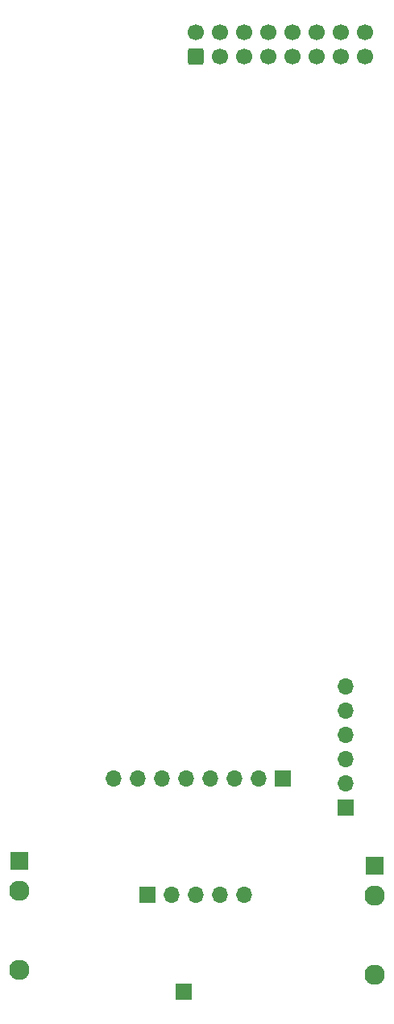
<source format=gbr>
%TF.GenerationSoftware,KiCad,Pcbnew,(6.0.5)*%
%TF.CreationDate,2023-02-22T06:39:25-08:00*%
%TF.ProjectId,wisseq,77697373-6571-42e6-9b69-6361645f7063,rev?*%
%TF.SameCoordinates,Original*%
%TF.FileFunction,Soldermask,Bot*%
%TF.FilePolarity,Negative*%
%FSLAX46Y46*%
G04 Gerber Fmt 4.6, Leading zero omitted, Abs format (unit mm)*
G04 Created by KiCad (PCBNEW (6.0.5)) date 2023-02-22 06:39:25*
%MOMM*%
%LPD*%
G01*
G04 APERTURE LIST*
G04 Aperture macros list*
%AMRoundRect*
0 Rectangle with rounded corners*
0 $1 Rounding radius*
0 $2 $3 $4 $5 $6 $7 $8 $9 X,Y pos of 4 corners*
0 Add a 4 corners polygon primitive as box body*
4,1,4,$2,$3,$4,$5,$6,$7,$8,$9,$2,$3,0*
0 Add four circle primitives for the rounded corners*
1,1,$1+$1,$2,$3*
1,1,$1+$1,$4,$5*
1,1,$1+$1,$6,$7*
1,1,$1+$1,$8,$9*
0 Add four rect primitives between the rounded corners*
20,1,$1+$1,$2,$3,$4,$5,0*
20,1,$1+$1,$4,$5,$6,$7,0*
20,1,$1+$1,$6,$7,$8,$9,0*
20,1,$1+$1,$8,$9,$2,$3,0*%
G04 Aperture macros list end*
%ADD10R,1.700000X1.700000*%
%ADD11O,1.700000X1.700000*%
%ADD12RoundRect,0.250000X0.600000X-0.600000X0.600000X0.600000X-0.600000X0.600000X-0.600000X-0.600000X0*%
%ADD13C,1.700000*%
%ADD14R,1.930000X1.830000*%
%ADD15C,2.130000*%
G04 APERTURE END LIST*
D10*
%TO.C,J7*%
X61468000Y-115824000D03*
D11*
X61468000Y-113284000D03*
X61468000Y-110744000D03*
X61468000Y-108204000D03*
X61468000Y-105664000D03*
X61468000Y-103124000D03*
%TD*%
D10*
%TO.C,J6*%
X44450000Y-135128000D03*
%TD*%
%TO.C,J5*%
X54864000Y-112839000D03*
D11*
X52324000Y-112839000D03*
X49784000Y-112839000D03*
X47244000Y-112839000D03*
X44704000Y-112839000D03*
X42164000Y-112839000D03*
X39624000Y-112839000D03*
X37084000Y-112839000D03*
%TD*%
D10*
%TO.C,J4*%
X40640000Y-125031000D03*
D11*
X43180000Y-125031000D03*
X45720000Y-125031000D03*
X48260000Y-125031000D03*
X50800000Y-125031000D03*
%TD*%
D12*
%TO.C,J3*%
X45720000Y-37084000D03*
D13*
X45720000Y-34544000D03*
X48260000Y-37084000D03*
X48260000Y-34544000D03*
X50800000Y-37084000D03*
X50800000Y-34544000D03*
X53340000Y-37084000D03*
X53340000Y-34544000D03*
X55880000Y-37084000D03*
X55880000Y-34544000D03*
X58420000Y-37084000D03*
X58420000Y-34544000D03*
X60960000Y-37084000D03*
X60960000Y-34544000D03*
X63500000Y-37084000D03*
X63500000Y-34544000D03*
%TD*%
D14*
%TO.C,J2*%
X64516000Y-121982000D03*
D15*
X64516000Y-133382000D03*
X64516000Y-125082000D03*
%TD*%
D14*
%TO.C,J1*%
X27178000Y-121474000D03*
D15*
X27178000Y-132874000D03*
X27178000Y-124574000D03*
%TD*%
M02*

</source>
